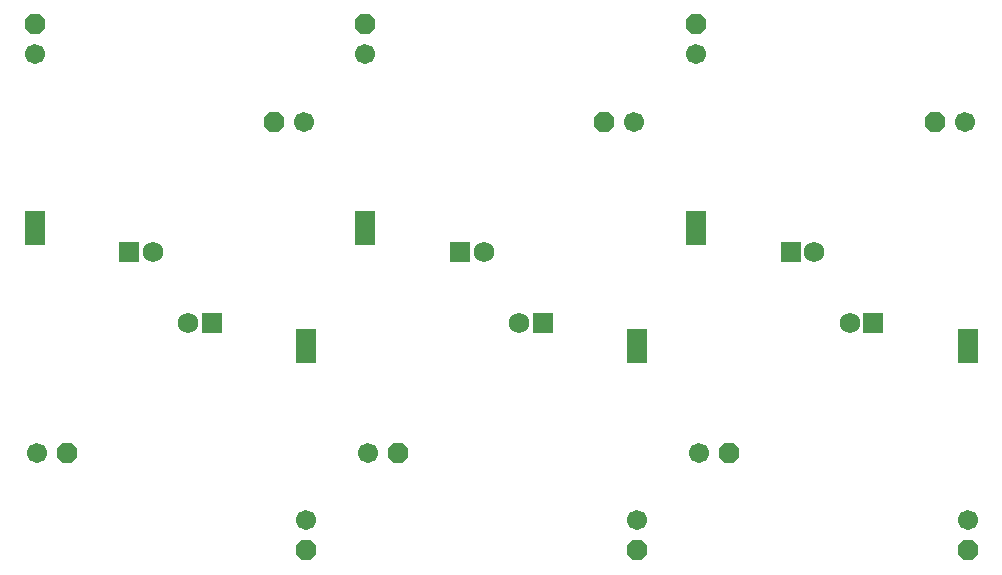
<source format=gbs>
G04 EAGLE Gerber X2 export*
G75*
%MOMM*%
%FSLAX34Y34*%
%LPD*%
%AMOC8*
5,1,8,0,0,1.08239X$1,22.5*%
G01*
%ADD10C,1.751600*%
%ADD11R,1.751600X1.751600*%
%ADD12P,1.842011X8X202.500000*%
%ADD13C,1.701800*%
%ADD14P,1.842011X8X112.500000*%
%ADD15R,1.651000X2.921000*%
%ADD16P,1.842011X8X22.500000*%
%ADD17P,1.842011X8X292.500000*%


D10*
X165000Y380000D03*
D11*
X185000Y380000D03*
D12*
X62700Y270000D03*
D13*
X37300Y270000D03*
D14*
X265000Y187300D03*
D13*
X265000Y212700D03*
D15*
X265000Y360000D03*
D10*
X135000Y440000D03*
D11*
X115000Y440000D03*
D16*
X237300Y550000D03*
D13*
X262700Y550000D03*
D17*
X35000Y632700D03*
D13*
X35000Y607300D03*
D15*
X35000Y460000D03*
D10*
X445000Y380000D03*
D11*
X465000Y380000D03*
D12*
X342700Y270000D03*
D13*
X317300Y270000D03*
D14*
X545000Y187300D03*
D13*
X545000Y212700D03*
D15*
X545000Y360000D03*
D10*
X415000Y440000D03*
D11*
X395000Y440000D03*
D16*
X517300Y550000D03*
D13*
X542700Y550000D03*
D17*
X315000Y632700D03*
D13*
X315000Y607300D03*
D15*
X315000Y460000D03*
D10*
X725000Y380000D03*
D11*
X745000Y380000D03*
D12*
X622700Y270000D03*
D13*
X597300Y270000D03*
D14*
X825000Y187300D03*
D13*
X825000Y212700D03*
D15*
X825000Y360000D03*
D10*
X695000Y440000D03*
D11*
X675000Y440000D03*
D16*
X797300Y550000D03*
D13*
X822700Y550000D03*
D17*
X595000Y632700D03*
D13*
X595000Y607300D03*
D15*
X595000Y460000D03*
M02*

</source>
